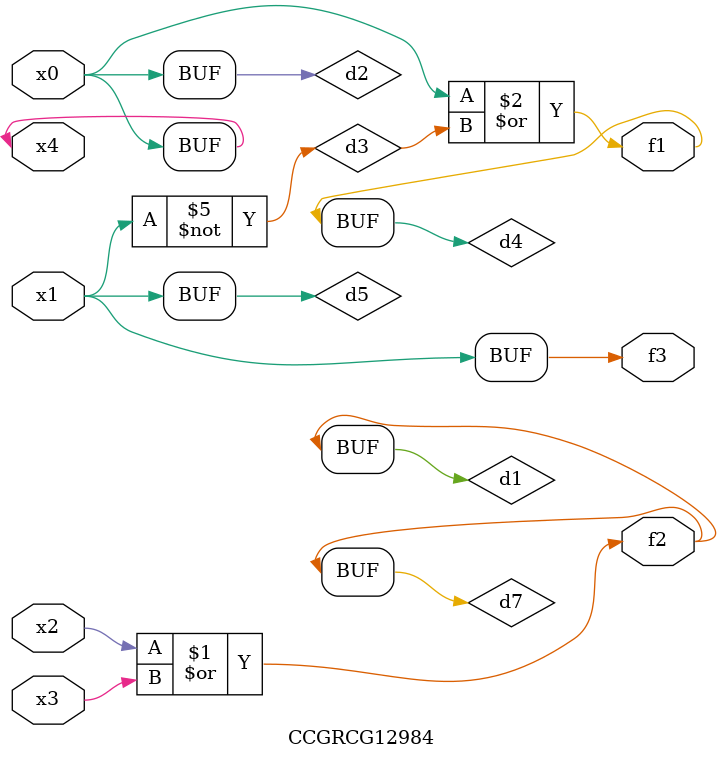
<source format=v>
module CCGRCG12984(
	input x0, x1, x2, x3, x4,
	output f1, f2, f3
);

	wire d1, d2, d3, d4, d5, d6, d7;

	or (d1, x2, x3);
	buf (d2, x0, x4);
	not (d3, x1);
	or (d4, d2, d3);
	not (d5, d3);
	nand (d6, d1, d3);
	or (d7, d1);
	assign f1 = d4;
	assign f2 = d7;
	assign f3 = d5;
endmodule

</source>
